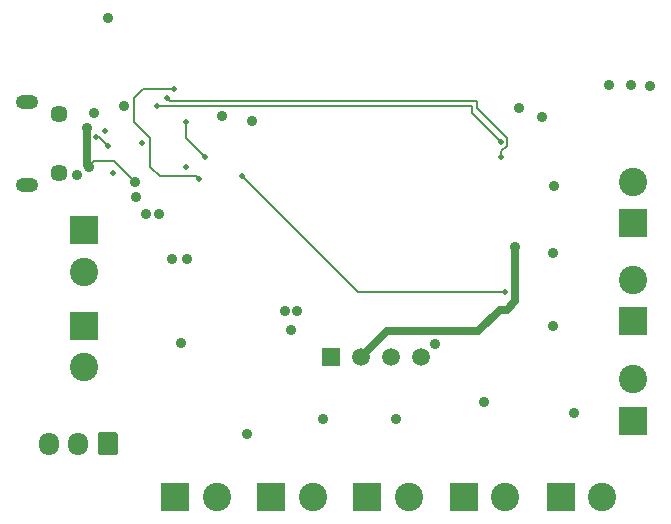
<source format=gbr>
G04 #@! TF.GenerationSoftware,KiCad,Pcbnew,(5.1.4)-1*
G04 #@! TF.CreationDate,2019-10-13T15:27:17+01:00*
G04 #@! TF.ProjectId,light_control,6c696768-745f-4636-9f6e-74726f6c2e6b,rev?*
G04 #@! TF.SameCoordinates,Original*
G04 #@! TF.FileFunction,Copper,L4,Bot*
G04 #@! TF.FilePolarity,Positive*
%FSLAX46Y46*%
G04 Gerber Fmt 4.6, Leading zero omitted, Abs format (unit mm)*
G04 Created by KiCad (PCBNEW (5.1.4)-1) date 2019-10-13 15:27:17*
%MOMM*%
%LPD*%
G04 APERTURE LIST*
%ADD10C,1.500000*%
%ADD11R,1.500000X1.500000*%
%ADD12C,2.400000*%
%ADD13R,2.400000X2.400000*%
%ADD14O,1.700000X1.950000*%
%ADD15C,0.100000*%
%ADD16C,1.700000*%
%ADD17O,1.900000X1.200000*%
%ADD18C,1.450000*%
%ADD19C,0.889000*%
%ADD20C,0.508000*%
%ADD21C,0.635000*%
%ADD22C,0.152400*%
G04 APERTURE END LIST*
D10*
X137520000Y-84100000D03*
X134980000Y-84100000D03*
X132440000Y-84100000D03*
D11*
X129900000Y-84100000D03*
D12*
X144650000Y-96000000D03*
D13*
X141150000Y-96000000D03*
D14*
X106000000Y-91450000D03*
X108500000Y-91450000D03*
D15*
G36*
X111624504Y-90476204D02*
G01*
X111648773Y-90479804D01*
X111672571Y-90485765D01*
X111695671Y-90494030D01*
X111717849Y-90504520D01*
X111738893Y-90517133D01*
X111758598Y-90531747D01*
X111776777Y-90548223D01*
X111793253Y-90566402D01*
X111807867Y-90586107D01*
X111820480Y-90607151D01*
X111830970Y-90629329D01*
X111839235Y-90652429D01*
X111845196Y-90676227D01*
X111848796Y-90700496D01*
X111850000Y-90725000D01*
X111850000Y-92175000D01*
X111848796Y-92199504D01*
X111845196Y-92223773D01*
X111839235Y-92247571D01*
X111830970Y-92270671D01*
X111820480Y-92292849D01*
X111807867Y-92313893D01*
X111793253Y-92333598D01*
X111776777Y-92351777D01*
X111758598Y-92368253D01*
X111738893Y-92382867D01*
X111717849Y-92395480D01*
X111695671Y-92405970D01*
X111672571Y-92414235D01*
X111648773Y-92420196D01*
X111624504Y-92423796D01*
X111600000Y-92425000D01*
X110400000Y-92425000D01*
X110375496Y-92423796D01*
X110351227Y-92420196D01*
X110327429Y-92414235D01*
X110304329Y-92405970D01*
X110282151Y-92395480D01*
X110261107Y-92382867D01*
X110241402Y-92368253D01*
X110223223Y-92351777D01*
X110206747Y-92333598D01*
X110192133Y-92313893D01*
X110179520Y-92292849D01*
X110169030Y-92270671D01*
X110160765Y-92247571D01*
X110154804Y-92223773D01*
X110151204Y-92199504D01*
X110150000Y-92175000D01*
X110150000Y-90725000D01*
X110151204Y-90700496D01*
X110154804Y-90676227D01*
X110160765Y-90652429D01*
X110169030Y-90629329D01*
X110179520Y-90607151D01*
X110192133Y-90586107D01*
X110206747Y-90566402D01*
X110223223Y-90548223D01*
X110241402Y-90531747D01*
X110261107Y-90517133D01*
X110282151Y-90504520D01*
X110304329Y-90494030D01*
X110327429Y-90485765D01*
X110351227Y-90479804D01*
X110375496Y-90476204D01*
X110400000Y-90475000D01*
X111600000Y-90475000D01*
X111624504Y-90476204D01*
X111624504Y-90476204D01*
G37*
D16*
X111000000Y-91450000D03*
D12*
X109000000Y-85000000D03*
D13*
X109000000Y-81500000D03*
D12*
X155448000Y-69300000D03*
D13*
X155448000Y-72800000D03*
D12*
X155448000Y-86000000D03*
D13*
X155448000Y-89500000D03*
D12*
X128350000Y-96000000D03*
D13*
X124850000Y-96000000D03*
D12*
X155448000Y-77600000D03*
D13*
X155448000Y-81100000D03*
D12*
X152850000Y-96000000D03*
D13*
X149350000Y-96000000D03*
D12*
X136478000Y-96000000D03*
D13*
X132978000Y-96000000D03*
D12*
X120200000Y-96000000D03*
D13*
X116700000Y-96000000D03*
D12*
X109000000Y-76900000D03*
D13*
X109000000Y-73400000D03*
D17*
X104172500Y-69540000D03*
X104172500Y-62540000D03*
D18*
X106872500Y-68540000D03*
X106872500Y-63540000D03*
D19*
X150495000Y-88900000D03*
X112395000Y-62865000D03*
D20*
X110744000Y-65024000D03*
X113904000Y-66040000D03*
X117602000Y-68072000D03*
D19*
X120650000Y-63754000D03*
X127000000Y-80200000D03*
X126000000Y-80200000D03*
X122800000Y-90600000D03*
X142850000Y-87950000D03*
X111000000Y-55400000D03*
X148700000Y-81500000D03*
X148700000Y-75300000D03*
X148800000Y-69600000D03*
X145800000Y-63000000D03*
X147800000Y-63800000D03*
X153400000Y-61100000D03*
X155300000Y-61100000D03*
X156900000Y-61200000D03*
X108400000Y-68700000D03*
X113400000Y-70600000D03*
X114200000Y-72000000D03*
X115300000Y-72000000D03*
X117200000Y-82900000D03*
X135400000Y-89400000D03*
X129200000Y-89400000D03*
X138700000Y-83000000D03*
X123190000Y-64135000D03*
X109855000Y-63500000D03*
X116400000Y-75800000D03*
X117700000Y-75800000D03*
D20*
X111400000Y-68500000D03*
D19*
X126500000Y-81800000D03*
X109220000Y-64770000D03*
X113284000Y-69342000D03*
X109400000Y-68000000D03*
D20*
X117600000Y-64200000D03*
X119200000Y-67200000D03*
X122400000Y-68800000D03*
X144600000Y-78600000D03*
X118758750Y-69041250D03*
X116600000Y-61400000D03*
X116000000Y-62200000D03*
X144300000Y-67200000D03*
X115196958Y-62824520D03*
X144300000Y-65950000D03*
X109982000Y-65532000D03*
X110998000Y-66294000D03*
D19*
X145500000Y-74800000D03*
D21*
X109220000Y-64770000D02*
X109220000Y-67820000D01*
X109220000Y-67820000D02*
X109400000Y-68000000D01*
D22*
X109844499Y-67555501D02*
X109400000Y-68000000D01*
X111497501Y-67555501D02*
X109844499Y-67555501D01*
X113284000Y-69342000D02*
X111497501Y-67555501D01*
X117600000Y-65600000D02*
X117600000Y-64200000D01*
X119200000Y-67200000D02*
X117600000Y-65600000D01*
X122400000Y-68800000D02*
X132200000Y-78600000D01*
X132200000Y-78600000D02*
X144600000Y-78600000D01*
X114000000Y-61400000D02*
X116600000Y-61400000D01*
X113200000Y-62200000D02*
X114000000Y-61400000D01*
X118758750Y-69041250D02*
X118504751Y-68787251D01*
X118504751Y-68787251D02*
X115387251Y-68787251D01*
X115387251Y-68787251D02*
X114600000Y-68000000D01*
X114600000Y-68000000D02*
X114600000Y-65600000D01*
X114600000Y-65600000D02*
X113200000Y-64200000D01*
X113200000Y-64200000D02*
X113200000Y-62200000D01*
X116453999Y-62458601D02*
X142258601Y-62458601D01*
X116449397Y-62453999D02*
X116453999Y-62458601D01*
X116253999Y-62453999D02*
X116449397Y-62453999D01*
X116000000Y-62200000D02*
X116253999Y-62453999D01*
X142258601Y-62458601D02*
X142258601Y-63058601D01*
X144782601Y-65582601D02*
X144782601Y-66232601D01*
X142258601Y-63058601D02*
X144782601Y-65582601D01*
X144782601Y-66232601D02*
X144300000Y-66715202D01*
X144300000Y-66715202D02*
X144300000Y-67200000D01*
X115196958Y-62824520D02*
X141824520Y-62824520D01*
X141824520Y-62824520D02*
X141824520Y-63474520D01*
X141824520Y-63474520D02*
X144300000Y-65950000D01*
X109982000Y-65532000D02*
X110236000Y-65532000D01*
X110236000Y-65532000D02*
X110998000Y-66294000D01*
D21*
X132440000Y-84100000D02*
X134640000Y-81900000D01*
X142371374Y-81900000D02*
X144171374Y-80100000D01*
X134640000Y-81900000D02*
X142371374Y-81900000D01*
X144171374Y-80100000D02*
X144800000Y-80100000D01*
X144800000Y-80100000D02*
X145500000Y-79400000D01*
X145500000Y-79400000D02*
X145500000Y-74800000D01*
M02*

</source>
